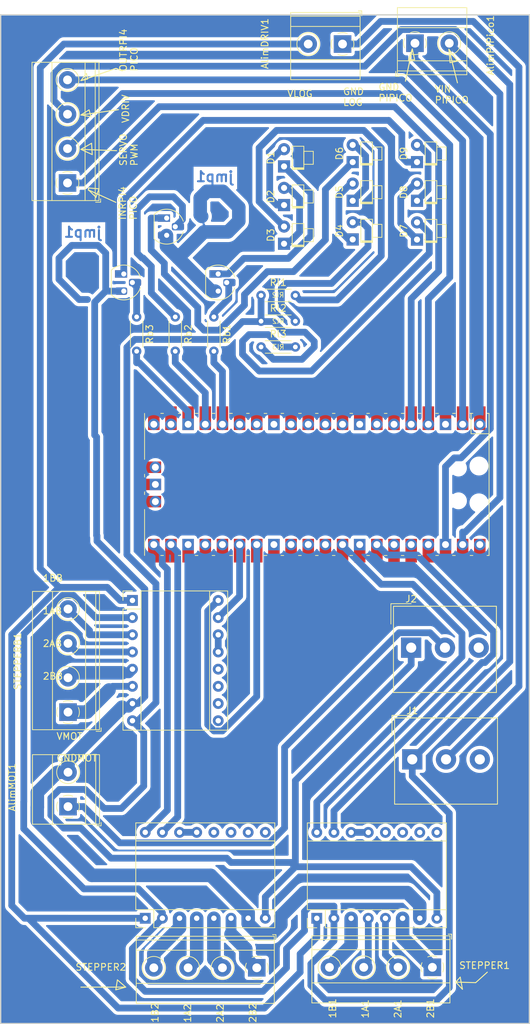
<source format=kicad_pcb>
(kicad_pcb (version 20221018) (generator pcbnew)
  (layers (0 "F.Cu" signal) (31 "B.Cu" signal) (34 "B.Paste" user) (35 "F.Paste" user) (36 "B.SilkS" user "B.Silkscreen") (37 "F.SilkS" user "F.Silkscreen") (38 "B.Mask" user) (39 "F.Mask" user) (44 "Edge.Cuts" user))
  (net 0 "")
  (net 5 "Net-(A1-~{RESET})")
  (net 10 "Net-(A2-~{RESET})")
  (net 15 "Net-(A3-~{RESET})")
  (net 16 "GNDLOG")
  (net 17 "VDRIV")
  (net 18 "1B1")
  (net 19 "1A1")
  (net 20 "2A1")
  (net 21 "2B1")
  (net 22 "GNDMOT")
  (net 23 "VMOT ")
  (net 24 "STEP1")
  (net 25 "DIR1")
  (net 26 "1B2")
  (net 27 "1A2")
  (net 28 "2A2")
  (net 29 "2B2")
  (net 30 "STEP2")
  (net 31 "DIR2")
  (net 32 "1BB")
  (net 33 "1AB")
  (net 34 "2AB")
  (net 35 "2BB")
  (net 36 "STEPB")
  (net 37 "DIRB")
  (net 38 "SERVOPWM")
  (net 39 "INRPI4PICO")
  (net 44 "OUTRPI4PICO")
  (net 46 "Net-(U1-GPIO12)")
  (net 47 "Net-(U1-GPIO13)")
  (net 70 "ALIMPIPICO")
  (net 71 "GNDPIPICO")
  (net 74 "Net-(AlimDRIV1-Pin_1)")
  (net 75 "Net-(AlimMOT1-Pin_1)")
  (net 78 "Net-(D1-K)")
  (net 79 "Net-(D1-A)")
  (net 80 "Net-(D2-A)")
  (net 81 "Net-(D3-A)")
  (net 82 "Net-(D4-K)")
  (net 83 "Net-(D4-A)")
  (net 84 "Net-(D5-K)")
  (net 85 "Net-(D6-K)")
  (net 86 "Net-(D7-K)")
  (net 87 "Net-(D7-A)")
  (net 88 "Net-(D8-K)")
  (net 89 "Net-(D9-K)")
  (net 90 "leds1")
  (net 91 "leds2")
  (net 92 "leds3")
  (net 93 "Net-(Rb3-Pad2)")
  (footprint "Resistor_THT:R_Axial_DIN0204_L3.6mm_D1.6mm_P5.08mm_Horizontal" (layer "F.Cu") (at 237.49 59.69 -90)
    (fp_text reference "Rb1")
    (fp_text value "R")
  )
  (footprint "Resistor_THT:R_Axial_DIN0204_L3.6mm_D1.6mm_P5.08mm_Horizontal" (layer "F.Cu") (at 231.775 59.69 -90)
    (fp_text reference "Rb2")
    (fp_text value "R")
  )
  (footprint "TerminalBlock_Phoenix:TerminalBlock_Phoenix_MKDS-1,5-4-5.08_1x04_P5.08mm_Horizontal" (layer "F.Cu") (at 269.84 155.835 180)
    (fp_text reference "STEPPER1")
    (fp_text value "Screw_Terminal_01x04")
  )
  (footprint "Resistor_THT:R_Axial_DIN0204_L3.6mm_D1.6mm_P5.08mm_Horizontal" (layer "F.Cu") (at 244.475 60.325)
    (fp_text reference "Rl2")
    (fp_text value "R")
  )
  (footprint "TerminalBlock_Phoenix:TerminalBlock_Phoenix_MKDS-1,5-2-5.08_1x02_P5.08mm_Horizontal" (layer "F.Cu") (at 215.9 132.08 90)
    (fp_text reference "AlimMOT1")
    (fp_text value "Screw_Terminal_01x02" hide)
  )
  (footprint "LED_THT:LED_D1.8mm_W1.8mm_H2.4mm_Horizontal_O1.27mm_Z1.6mm" (layer "F.Cu") (at 267.565 36.81 90)
    (fp_text reference "D9")
    (fp_text value "LED")
  )
  (footprint "Module:Pololu_Breakout-16_15.2x20.3mm" (layer "F.Cu") (at 252.73 148.59 90)
    (fp_text reference "A1" hide)
    (fp_text value "Pololu_Breakout_A4988" hide)
  )
  (footprint "LED_THT:LED_D1.8mm_W1.8mm_H2.4mm_Horizontal_O1.27mm_Z1.6mm" (layer "F.Cu") (at 267.565 48.26 90)
    (fp_text reference "D7")
    (fp_text value "LED")
  )
  (footprint "LED_THT:LED_D1.8mm_W1.8mm_H2.4mm_Horizontal_O1.27mm_Z1.6mm" (layer "F.Cu") (at 247.88 43.16 90)
    (fp_text reference "D2")
    (fp_text value "LED")
  )
  (footprint "HORUSKICADhuellas:RPi_Pico_SMD_TH" (layer "F.Cu") (at 252.73 84.455 -90)
    (fp_text reference "U1" hide)
    (fp_text value "Pico" hide)
  )
  (footprint "Package_TO_SOT_THT:TO-92_HandSolder" (layer "F.Cu") (at 230.505 45.085 -90)
    (fp_text reference "Q2" hide)
    (fp_text value "NPN")
  )
  (footprint "Module:Pololu_Breakout-16_15.2x20.3mm" (layer "F.Cu") (at 227.33 148.58 90)
    (fp_text reference "A2" hide)
    (fp_text value "Pololu_Breakout_A4988" hide)
  )
  (footprint "TerminalBlock_Phoenix:TerminalBlock_Phoenix_MKDS-1,5-2-5.08_1x02_P5.08mm_Horizontal" (layer "F.Cu") (at 256.54 19.355 180)
    (fp_text reference "AlimDRIV1")
    (fp_text value "Screw_Terminal_01x02")
  )
  (footprint "TerminalBlock_Altech:Altech_AK300_1x03_P5.00mm_45-Degree" (layer "F.Cu") (at 266.86 125.095)
    (fp_text reference "J1")
    (fp_text value "Screw_Terminal_01x03")
  )
  (footprint "Resistor_THT:R_Axial_DIN0204_L3.6mm_D1.6mm_P5.08mm_Horizontal" (layer "F.Cu") (at 244.475 56.515)
    (fp_text reference "Rl1")
    (fp_text value "R")
  )
  (footprint "TerminalBlock_Altech:Altech_AK300_1x03_P5.00mm_45-Degree" (layer "F.Cu") (at 266.7 108.585)
    (fp_text reference "J2")
    (fp_text value "Screw_Terminal_01x03")
  )
  (footprint "TerminalBlock_Phoenix:TerminalBlock_Phoenix_MKDS-1,5-2-5.08_1x02_P5.08mm_Horizontal" (layer "F.Cu") (at 267.26 19.235)
    (fp_text reference "AlimPiPico1")
    (fp_text value "Screw_Terminal_01x02")
  )
  (footprint "LED_THT:LED_D1.8mm_W1.8mm_H2.4mm_Horizontal_O1.27mm_Z1.6mm" (layer "F.Cu") (at 258.04 36.81 90)
    (fp_text reference "D6")
    (fp_text value "LED")
  )
  (footprint "Module:Pololu_Breakout-16_15.2x20.3mm" (layer "F.Cu") (at 225.435 101.6)
    (fp_text reference "A3" hide)
    (fp_text value "Pololu_Breakout_A4988" hide)
  )
  (footprint "Resistor_THT:R_Axial_DIN0204_L3.6mm_D1.6mm_P5.08mm_Horizontal" (layer "F.Cu") (at 226.06 59.69 -90)
    (fp_text reference "Rb3")
    (fp_text value "R")
  )
  (footprint "LED_THT:LED_D1.8mm_W1.8mm_H2.4mm_Horizontal_O1.27mm_Z1.6mm" (layer "F.Cu") (at 247.88 37.445 90)
    (fp_text reference "D1")
    (fp_text value "LED")
  )
  (footprint "LED_THT:LED_D1.8mm_W1.8mm_H2.4mm_Horizontal_O1.27mm_Z1.6mm" (layer "F.Cu") (at 247.88 48.875 90)
    (fp_text reference "D3")
    (fp_text value "LED")
  )
  (footprint "LED_THT:LED_D1.8mm_W1.8mm_H2.4mm_Horizontal_O1.27mm_Z1.6mm" (layer "F.Cu") (at 267.565 42.525 90)
    (fp_text reference "D8")
    (fp_text value "LED")
  )
  (footprint "TerminalBlock_Phoenix:TerminalBlock_Phoenix_MKDS-1,5-4-5.08_1x04_P5.08mm_Horizontal" (layer "F.Cu") (at 243.84 155.905 180)
    (fp_text reference "STEPPER2")
    (fp_text value "Screw_Terminal_01x04")
  )
  (footprint "Resistor_THT:R_Axial_DIN0204_L3.6mm_D1.6mm_P5.08mm_Horizontal" (layer "F.Cu") (at 244.475 64.135)
    (fp_text reference "Rl3")
    (fp_text value "R")
  )
  (footprint "Package_TO_SOT_THT:TO-92_HandSolder" (layer "F.Cu") (at 224.155 53.34 -90)
    (fp_text reference "Q3" hide)
    (fp_text value "NPN")
  )
  (footprint "TerminalBlock_Phoenix:TerminalBlock_Phoenix_MKDS-1,5-4-5.08_1x04_P5.08mm_Horizontal" (layer "F.Cu") (at 215.825 39.895 90)
    (fp_text reference "SERVOYCOMSTerminalBlock_Phoenix:TerminalBlock_Phoenix_MKDS-1,5-4_1x04_P5.00mm_Horizontal1" hide)
    (fp_text value "Screw_Terminal_01x04")
  )
  (footprint "Package_TO_SOT_THT:TO-92_HandSolder" (layer "F.Cu") (at 238.125 53.34 -90)
    (fp_text reference "Q1" hide)
    (fp_text value "NPN")
  )
  (footprint "LED_THT:LED_D1.8mm_W1.8mm_H2.4mm_Horizontal_O1.27mm_Z1.6mm" (layer "F.Cu") (at 258.04 42.525 90)
    (fp_text reference "D5")
    (fp_text value "LED")
  )
  (footprint "LED_THT:LED_D1.8mm_W1.8mm_H2.4mm_Horizontal_O1.27mm_Z1.6mm" (layer "F.Cu") (at 258.04 48.24 90)
    (fp_text reference "D4")
    (fp_text value "LED")
  )
  (footprint "TerminalBlock_Phoenix:TerminalBlock_Phoenix_MKDS-1,5-4-5.08_1x04_P5.08mm_Horizontal" (layer "F.Cu") (at 215.9 118.11 90)
    (fp_text reference "STEPPERB1")
    (fp_text value "Screw_Terminal_01x04")
  )
  (gr_line (start 217.805 34.925) (end 219.485 35.695) (stroke (width 0.15)) (layer "F.SilkS"))
  (gr_line (start 218.635 23.705) (end 217.805 24.765) (stroke (width 0.15)) (layer "F.SilkS"))
  (gr_line (start 223.21 157.69) (end 224.44 158.76) (stroke (width 0.15)) (layer "F.SilkS"))
  (gr_line (start 273.31 158.02) (end 273.96 157.28) (stroke (width 0.15)) (layer "F.SilkS"))
  (gr_line (start 267.21 21.675) (end 266.864449 20.086659) (stroke (width 0.15)) (layer "F.SilkS"))
  (gr_line (start 265.85 24.855) (end 266.864449 20.086659) (stroke (width 0.15)) (layer "F.SilkS"))
  (gr_line (start 224.44 158.76) (end 222.97 159.16) (stroke (width 0.15)) (layer "F.SilkS"))
  (gr_line (start 276.25 158.1) (end 273.31 158.02) (stroke (width 0.15)) (layer "F.SilkS"))
  (gr_line (start 218.941659 40.930551) (end 220.045 42.005) (stroke (width 0.15)) (layer "F.SilkS"))
  (gr_line (start 274.29 159.08) (end 273.31 158.02) (stroke (width 0.15)) (layer "F.SilkS"))
  (gr_line (start 220.495 40.755) (end 218.945 40.635) (stroke (width 0.15)) (layer "F.SilkS"))
  (gr_line (start 219.485 35.695) (end 219.385 34.025) (stroke (width 0.15)) (layer "F.SilkS"))
  (gr_line (start 222.995 22.955) (end 217.805 24.765) (stroke (width 0.15)) (layer "F.SilkS"))
  (gr_line (start 223.375 29.055) (end 217.805 29.845) (stroke (width 0.15)) (layer "F.SilkS"))
  (gr_line (start 217.81 158.76) (end 224.44 158.76) (stroke (width 0.15)) (layer "F.SilkS"))
  (gr_line (start 219.015 29.085) (end 217.805 29.845) (stroke (width 0.15)) (layer "F.SilkS"))
  (gr_line (start 222.975 42.755) (end 218.941659 40.930551) (stroke (width 0.15)) (layer "F.SilkS"))
  (gr_line (start 218.945 40.635) (end 218.911659 40.970551) (stroke (width 0.15)) (layer "F.SilkS"))
  (gr_line (start 266.864449 20.086659) (end 266.31 21.675) (stroke (width 0.15)) (layer "F.SilkS"))
  (gr_line (start 273.55 25.085) (end 272.28 20.12) (stroke (width 0.15)) (layer "F.SilkS"))
  (gr_line (start 223.095 35.115) (end 217.805 34.925) (stroke (width 0.15)) (layer "F.SilkS"))
  (gr_line (start 218.805 24.525) (end 218.635 23.705) (stroke (width 0.15)) (layer "F.SilkS"))
  (gr_line (start 273.96 157.28) (end 274.29 159.08) (stroke (width 0.15)) (layer "F.SilkS"))
  (gr_line (start 222.97 159.16) (end 223.21 157.69) (stroke (width 0.15)) (layer "F.SilkS"))
  (gr_line (start 277.97 156.55) (end 276.25 158.1) (stroke (width 0.15)) (layer "F.SilkS"))
  (gr_line (start 272.28 20.12) (end 272.46 22.105) (stroke (width 0.15)) (layer "F.SilkS"))
  (gr_line (start 273.55 21.875) (end 272.28 20.12) (stroke (width 0.15)) (layer "F.SilkS"))
  (gr_line (start 266.31 21.675) (end 267.21 21.675) (stroke (width 0.15)) (layer "F.SilkS"))
  (gr_line (start 217.805 24.765) (end 218.805 24.525) (stroke (width 0.15)) (layer "F.SilkS"))
  (gr_line (start 219.285 30.105) (end 219.015 29.085) (stroke (width 0.15)) (layer "F.SilkS"))
  (gr_line (start 217.805 29.845) (end 219.285 30.105) (stroke (width 0.15)) (layer "F.SilkS"))
  (gr_line (start 219.385 34.025) (end 217.805 34.925) (stroke (width 0.15)) (layer "F.SilkS"))
  (gr_line (start 223.915 23.325) (end 222.995 22.955) (stroke (width 0.15)) (layer "F.SilkS"))
  (gr_line (start 272.46 22.105) (end 273.55 21.875) (stroke (width 0.15)) (layer "F.SilkS"))
  (gr_line (start 220.015 42.045) (end 220.495 40.755) (stroke (width 0.15)) (layer "F.SilkS"))
  (gr_rect (start 205.93 15.04) (end 284.2 164.15) (stroke (width 0.2)) (fill none) (layer "Edge.Cuts"))
  (gr_text "jmp1\n" (at 240.55 39.84) (layer "B.Cu") (effects (font (size 1.5 1.5) (thickness 0.3) bold) (justify left bottom mirror)))
  (gr_text "jmp1\n" (at 221.03 48.05) (layer "B.Cu") (effects (font (size 1.5 1.5) (thickness 0.3) bold) (justify left bottom mirror)))
  (gr_text "VDRIV" (at 225.015 31.115 90) (layer "F.SilkS") (effects (font (size 1 1)) (justify left bottom)))
  (gr_text "SERVO\nPWM\n" (at 226.285 37.465 90) (layer "F.SilkS") (effects (font (size 1 1)) (justify left bottom)))
  (gr_text "VMOT\n\nGNDMOT" (at 214.115 125.495) (layer "F.SilkS") (effects (font (size 1 1)) (justify left bottom)))
  (gr_text "GND\nPIPICO" (at 261.775 27.915) (layer "F.SilkS") (effects (font (size 1 1)) (justify left bottom)))
  (gr_text "Rl2" (at 246.98 56.46) (layer "F.SilkS") (effects (font (size 0.72 0.72) (thickness 0.108)) (justify mirror)))
  (gr_text "VLOG\n" (at 248.285 27.305) (layer "F.SilkS") (effects (font (size 1 1)) (justify left bottom)))
  (gr_text "INRPI4\nPICO\n" (at 226.165 45.445 90) (layer "F.SilkS") (effects (font (size 1 1)) (justify left bottom)))
  (gr_text "GND\nLOG" (at 256.54 28.575) (layer "F.SilkS") (effects (font (size 1 1)) (justify left bottom)))
  (gr_text "VIN\nPIPICO" (at 270.115 28.215) (layer "F.SilkS") (effects (font (size 1 1)) (justify left bottom)))
  (gr_text "1B2\n\n\n1A2\n\n\n2A2\n\n\n2B2\n" (at 243.85 164.1 90) (layer "F.SilkS") (effects (font (size 1 1)) (justify left bottom)))
  (gr_text "1B1\n\n\n1A1\n\n\n2A1\n\n\n2B1\n" (at 270.15 163.45 90) (layer "F.SilkS") (effects (font (size 1 1)) (justify left bottom)))
  (gr_text "1BB\n\n\n1AB\n\n\n2AB\n\n\n2BB" (at 212.09 113.38) (layer "F.SilkS") (effects (font (size 1 1)) (justify left bottom)))
  (gr_text "OUTRPI4\nPICO" (at 226.285 23.495 90) (layer "F.SilkS") (effects (font (size 1 1)) (justify left bottom)))
  (segment (start 257.81 135.89) (end 260.35 135.89) (width 1) (layer "B.Cu") (net 5))
  (segment (start 232.41 135.88) (end 234.95 135.88) (width 1) (layer "B.Cu") (net 10))
  (segment (start 238.135 106.68) (end 238.135 109.22) (width 1) (layer "B.Cu") (net 15))
  (segment (start 223.325 161.855) (end 210.05 148.58) (width 1) (layer "B.Cu") (net 16))
  (segment (start 252.73 148.59) (end 252.73 151.39) (width 1) (layer "B.Cu") (net 16))
  (segment (start 207.57 106.6693) (end 207.57 146.7) (width 1) (layer "B.Cu") (net 16))
  (segment (start 211.79 96.8831) (end 211.79 22.85) (width 1) (layer "B.Cu") (net 16))
  (segment (start 211.79 22.85) (end 215.285 19.355) (width 1) (layer "B.Cu") (net 16))
  (segment (start 250.26 156.567056) (end 244.972056 161.855) (width 1) (layer "B.Cu") (net 16))
  (segment (start 225.435 101.6) (end 223.635 101.6) (width 1) (layer "B.Cu") (net 16))
  (segment (start 223.635 101.6) (end 221.7012 99.6662) (width 1) (layer "B.Cu") (net 16))
  (segment (start 221.7012 99.6662) (end 214.5731 99.6662) (width 1) (layer "B.Cu") (net 16))
  (segment (start 209.45 148.58) (end 215.89 148.58) (width 1) (layer "B.Cu") (net 16))
  (segment (start 227.33 148.58) (end 225.7152 148.58) (width 1) (layer "B.Cu") (net 16))
  (segment (start 215.285 19.355) (end 251.46 19.355) (width 1) (layer "B.Cu") (net 16))
  (segment (start 252.73 151.39) (end 250.26 153.86) (width 1) (layer "B.Cu") (net 16))
  (segment (start 244.972056 161.855) (end 223.325 161.855) (width 1) (layer "B.Cu") (net 16))
  (segment (start 250.26 153.86) (end 250.26 156.567056) (width 1) (layer "B.Cu") (net 16))
  (segment (start 214.5731 99.6662) (end 207.57 106.6693) (width 1) (layer "B.Cu") (net 16))
  (segment (start 207.57 146.7) (end 209.45 148.58) (width 1) (layer "B.Cu") (net 16))
  (segment (start 214.5731 99.6662) (end 211.79 96.8831) (width 1) (layer "B.Cu") (net 16))
  (segment (start 210.05 148.58) (end 215.89 148.58) (width 1) (layer "B.Cu") (net 16))
  (segment (start 215.89 148.58) (end 225.7152 148.58) (width 1) (layer "B.Cu") (net 16))
  (segment (start 244.765 159.385) (end 227.33 159.385) (width 1) (layer "B.Cu") (net 17))
  (segment (start 209.345 135.338427) (end 209.345 131.361572) (width 1) (layer "B.Cu") (net 17))
  (segment (start 251.85 155.339304) (end 251.85 158.505) (width 1) (layer "B.Cu") (net 17))
  (segment (start 227.33 159.385) (end 225.425 157.48) (width 1) (layer "B.Cu") (net 17))
  (segment (start 273.1909 17.2153) (end 281.3 25.3244) (width 1) (layer "B.Cu") (net 17))
  (segment (start 216.7292 100.8681) (end 220.0011 104.14) (width 1) (layer "B.Cu") (net 17))
  (segment (start 220.0011 104.14) (end 225.435 104.14) (width 1) (layer "B.Cu") (net 17))
  (segment (start 254 160.655) (end 270.51 160.655) (width 1) (layer "B.Cu") (net 17))
  (segment (start 225.425 157.48) (end 225.425 153.07495) (width 1) (layer "B.Cu") (net 17))
  (segment (start 250.9071 150.4329) (end 248.241298 153.098702) (width 1) (layer "B.Cu") (net 17))
  (segment (start 229.87 148.62995) (end 229.87 148.58) (width 1) (layer "B.Cu") (net 17))
  (segment (start 266.86 127.595) (end 266.86 125.095) (width 1) (layer "B.Cu") (net 17))
  (segment (start 281.3 110.655) (end 266.86 125.095) (width 1) (layer "B.Cu") (net 17))
  (segment (start 209.36 131.346572) (end 209.36 106.579) (width 1) (layer "B.Cu") (net 17))
  (segment (start 259.8411 22.6323) (end 265.2581 17.2153) (width 1) (layer "B.Cu") (net 17))
  (segment (start 215.0709 100.8681) (end 216.7292 100.8681) (width 1) (layer "B.Cu") (net 17))
  (segment (start 255.27 148.59) (end 255.27 151.919304) (width 1) (layer "B.Cu") (net 17))
  (segment (start 229.87 148.58) (end 229.87 147.78) (width 1) (layer "B.Cu") (net 17))
  (segment (start 281.3 25.3244) (end 281.3 110.655) (width 1) (layer "B.Cu") (net 17))
  (segment (start 272.34 133.075) (end 266.86 127.595) (width 1) (layer "B.Cu") (net 17))
  (segment (start 248.241298 155.908702) (end 244.765 159.385) (width 1) (layer "B.Cu") (net 17))
  (segment (start 272.34 158.825) (end 272.34 133.075) (width 1) (layer "B.Cu") (net 17))
  (segment (start 255.27 151.919304) (end 251.85 155.339304) (width 1) (layer "B.Cu") (net 17))
  (segment (start 213.8227 23.7298) (end 214.9202 22.6323) (width 1) (layer "B.Cu") (net 17))
  (segment (start 215.825 29.735) (end 213.8227 27.7327) (width 1) (layer "B.Cu") (net 17))
  (segment (start 209.36 106.579) (end 215.0709 100.8681) (width 1) (layer "B.Cu") (net 17))
  (segment (start 229.87 147.78) (end 226.33 144.24) (width 1) (layer "B.Cu") (net 17))
  (segment (start 250.9071 147.5929) (end 250.9071 150.4329) (width 1) (layer "B.Cu") (net 17))
  (segment (start 248.241298 153.098702) (end 248.241298 155.908702) (width 1) (layer "B.Cu") (net 17))
  (segment (start 255.27 148.59) (end 255.27 146.79) (width 1) (layer "B.Cu") (net 17))
  (segment (start 255.27 146.79) (end 251.71 146.79) (width 1) (layer "B.Cu") (net 17))
  (segment (start 214.9202 22.6323) (end 259.8411 22.6323) (width 1) (layer "B.Cu") (net 17))
  (segment (start 251.71 146.79) (end 250.9071 147.5929) (width 1) (layer "B.Cu") (net 17))
  (segment (start 226.33 144.24) (end 218.246572 144.24) (width 1) (layer "B.Cu") (net 17))
  (segment (start 213.8227 27.7327) (end 213.8227 23.7298) (width 1) (layer "B.Cu") (net 17))
  (segment (start 209.345 131.361572) (end 209.36 131.346572) (width 1) (layer "B.Cu") (net 17))
  (segment (start 265.2581 17.2153) (end 273.1909 17.2153) (width 1) (layer "B.Cu") (net 17))
  (segment (start 270.51 160.655) (end 272.34 158.825) (width 1) (layer "B.Cu") (net 17))
  (segment (start 225.425 153.07495) (end 229.87 148.62995) (width 1) (layer "B.Cu") (net 17))
  (segment (start 251.85 158.505) (end 254 160.655) (width 1) (layer "B.Cu") (net 17))
  (segment (start 218.246572 144.24) (end 209.345 135.338427) (width 1) (layer "B.Cu") (net 17))
  (segment (start 257.81 152.625) (end 254.6 155.835) (width 2) (layer "B.Cu") (net 18))
  (segment (start 257.81 148.59) (end 257.81 152.625) (width 2) (layer "B.Cu") (net 18))
  (segment (start 260.35 155.165) (end 259.68 155.835) (width 1) (layer "B.Cu") (net 19))
  (segment (start 260.35 148.59) (end 260.35 155.165) (width 1) (layer "B.Cu") (net 19))
  (segment (start 262.89 148.59) (end 262.89 153.965) (width 1) (layer "B.Cu") (net 20))
  (segment (start 262.89 153.965) (end 264.76 155.835) (width 1) (layer "B.Cu") (net 20))
  (segment (start 265.43 148.59) (end 265.43 151.425) (width 2) (layer "B.Cu") (net 21))
  (segment (start 265.43 151.425) (end 269.84 155.835) (width 2) (layer "B.Cu") (net 21))
  (segment (start 237.1038 55.88) (end 232.1869 50.9631) (width 2) (layer "B.Cu") (net 22))
  (segment (start 211.345 134.163427) (end 219.421573 142.24) (width 2) (layer "B.Cu") (net 22))
  (segment (start 246.055578 150.88) (end 244.07 150.88) (width 2) (layer "B.Cu") (net 22))
  (segment (start 215.9 125.3797) (end 215.9 127) (width 2) (layer "B.Cu") (net 22))
  (segment (start 247.41 148.261572) (end 247.41 149.525578) (width 2) (layer "B.Cu") (net 22))
  (segment (start 267.97 148.59) (end 267.97 146.619328) (width 2) (layer "B.Cu") (net 22))
  (segment (start 220.19 92.05) (end 220.19 92.84) (width 1) (layer "B.Cu") (net 22))
  (segment (start 219.85 57.51) (end 219.85 77.16) (width 1) (layer "B.Cu") (net 22))
  (segment (start 211.36 132.175) (end 211.345 132.19) (width 2) (layer "B.Cu") (net 22))
  (segment (start 216.45 49.12) (end 214.56 51.01) (width 1) (layer "B.Cu") (net 22))
  (segment (start 244.07 150.88) (end 242.57 149.38) (width 2) (layer "B.Cu") (net 22))
  (segment (start 211.345 132.19) (end 211.345 134.163427) (width 2) (layer "B.Cu") (net 22))
  (segment (start 238.82 41.13) (end 236.45 41.13) (width 2) (layer "B.Cu") (net 22))
  (segment (start 221.48 55.88) (end 219.85 57.51) (width 1) (layer "B.Cu") (net 22))
  (segment (start 224.8954 117.3796) (end 223.9001 117.3796) (width 1.5998) (layer "B.Cu") (net 22))
  (segment (start 236.45 41.13) (end 235.47 42.11) (width 2) (layer "B.Cu") (net 22))
  (segment (start 236.02 47.13) (end 239.58 47.13) (width 2) (layer "B.Cu") (net 22))
  (segment (start 221.09 49.87) (end 220.34 49.12) (width 1) (layer "B.Cu") (net 22))
  (segment (start 239.58 47.13) (end 241.18 45.53) (width 2) (layer "B.Cu") (net 22))
  (segment (start 232.1869 50.9631) (end 236.02 47.13) (width 2) (layer "B.Cu") (net 22))
  (segment (start 221.48 55.88) (end 221.48 50.26) (width 1) (layer "B.Cu") (net 22))
  (segment (start 219.421573 142.24) (end 237.03 142.24) (width 2) (layer "B.Cu") (net 22))
  (segment (start 241.18 43.49) (end 238.82 41.13) (width 2) (layer "B.Cu") (net 22))
  (segment (start 214.341573 127) (end 211.36 129.981573) (width 2) (layer "B.Cu") (net 22))
  (segment (start 214.56 54.14) (end 214.66 54.24) (width 1) (layer "B.Cu") (net 22))
  (segment (start 226.24 116.84) (end 225.435 116.84) (width 1) (layer "B.Cu") (net 22))
  (segment (start 266.140672 144.79) (end 250.881572 144.79) (width 2) (layer "B.Cu") (net 22))
  (segment (start 220.34 49.12) (end 216.63 49.12) (width 1) (layer "B.Cu") (net 22))
  (segment (start 230.4798 49.256) (end 230.4798 47.6502) (width 2) (layer "B.Cu") (net 22))
  (segment (start 232.1869 50.9631) (end 230.4798 49.256) (width 2) (layer "B.Cu") (net 22))
  (segment (start 220.19 92.84) (end 227.27 99.92) (width 1) (layer "B.Cu") (net 22))
  (segment (start 219.85 77.16) (end 220.13 77.44) (width 1) (layer "B.Cu") (net 22))
  (segment (start 247.41 149.525578) (end 246.055578 150.88) (width 2) (layer "B.Cu") (net 22))
  (segment (start 223.9001 117.3796) (end 215.9 125.3797) (width 2) (layer "B.Cu") (net 22))
  (segment (start 224.155 55.88) (end 221.48 55.88) (width 1) (layer "B.Cu") (net 22))
  (segment (start 237.6919 55.88) (end 237.1038 55.88) (width 2) (layer "B.Cu") (net 22))
  (segment (start 230.4798 47.6502) (end 230.505 47.625) (width 1.1018) (layer "B.Cu") (net 22))
  (segment (start 216.63 49.12) (end 216.45 49.12) (width 1) (layer "B.Cu") (net 22))
  (segment (start 221.48 50.26) (end 221.09 49.87) (width 1) (layer "B.Cu") (net 22))
  (segment (start 235.47 44.62) (end 235.69 44.84) (width 2) (layer "B.Cu") (net 22))
  (segment (start 225.435 116.84) (end 224.8954 117.3796) (width 1.5998) (layer "B.Cu") (net 22))
  (segment (start 227.27 115.81) (end 226.24 116.84) (width 1) (layer "B.Cu") (net 22))
  (segment (start 214.56 51.01) (end 214.56 54.14) (width 1) (layer "B.Cu") (net 22))
  (segment (start 237.6919 55.88) (end 238.125 55.88) (width 1.1018) (layer "B.Cu") (net 22))
  (segment (start 267.97 146.619328) (end 266.140672 144.79) (width 2) (layer "B.Cu") (net 22))
  (segment (start 215.9 127) (end 214.341573 127) (width 2) (layer "B.Cu") (net 22))
  (segment (start 235.47 42.11) (end 235.47 44.62) (width 2) (layer "B.Cu") (net 22))
  (segment (start 237.03 142.24) (end 242.57 147.78) (width 2) (layer "B.Cu") (net 22))
  (segment (start 242.57 147.78) (end 242.57 148.58) (width 2) (layer "B.Cu") (net 22))
  (segment (start 250.881572 144.79) (end 247.41 148.261572) (width 2) (layer "B.Cu") (net 22))
  (segment (start 211.36 129.981573) (end 211.36 132.175) (width 2) (layer "B.Cu") (net 22))
  (segment (start 217.54 57.12) (end 218.78 57.12) (width 1) (layer "B.Cu") (net 22))
  (segment (start 220.13 77.44) (end 220.13 91.99) (width 1) (layer "B.Cu") (net 22))
  (segment (start 220.13 91.99) (end 220.19 92.05) (width 1) (layer "B.Cu") (net 22))
  (segment (start 241.18 45.53) (end 241.18 43.49) (width 2) (layer "B.Cu") (net 22))
  (segment (start 214.66 54.24) (end 217.54 57.12) (width 1) (layer "B.Cu") (net 22))
  (segment (start 242.57 149.38) (end 242.57 148.58) (width 2) (layer "B.Cu") (net 22))
  (segment (start 227.27 99.92) (end 227.27 115.81) (width 1) (layer "B.Cu") (net 22))
  (segment (start 224.6162 64.1853) (end 225.7815 63.02) (width 1) (layer "B.Cu") (net 23))
  (segment (start 270.51 144.78) (end 266.7 140.97) (width 1) (layer "B.Cu") (net 23))
  (segment (start 252.35 63.32) (end 250.98 61.95) (width 1) (layer "B.Cu") (net 23))
  (segment (start 225.435 119.38) (end 226.235 119.38) (width 1) (layer "B.Cu") (net 23))
  (segment (start 266.7 140.97) (end 249.555 140.97) (width 1) (layer "B.Cu") (net 23))
  (segment (start 215.265 135.255) (end 217.805 135.255) (width 1) (layer "B.Cu") (net 23))
  (segment (start 228.92 99.13) (end 224.6162 94.8262) (width 1) (layer "B.Cu") (net 23))
  (segment (start 246.3 65.96) (end 250.54 65.96) (width 1) (layer "B.Cu") (net 23))
  (segment (start 218.44 129.54) (end 214.63 129.54) (width 1) (layer "B.Cu") (net 23))
  (segment (start 246.3011 60.3811) (end 244.475 60.3811) (width 1) (layer "B.Cu") (net 23))
  (segment (start 225.7815 63.02) (end 239.1 63.02) (width 1) (layer "B.Cu") (net 23))
  (segment (start 239.395 139.7) (end 240.03 140.335) (width 1) (layer "B.Cu") (net 23))
  (segment (start 228.92 116.695) (end 228.92 99.13) (width 1) (layer "B.Cu") (net 23))
  (segment (start 252.35 64.15) (end 252.35 63.32) (width 1) (layer "B.Cu") (net 23))
  (segment (start 241.7389 60.3811) (end 244.475 60.3811) (width 1) (layer "B.Cu") (net 23))
  (segment (start 227.11 121.055) (end 227.11 129.04) (width 1) (layer "B.Cu") (net 23))
  (segment (start 248.92 140.335) (end 249.555 140.97) (width 1) (layer "B.Cu") (net 23))
  (segment (start 227.11 129.04) (end 223.8 132.35) (width 1) (layer "B.Cu") (net 23))
  (segment (start 221.25 132.35) (end 218.44 129.54) (width 1) (layer "B.Cu") (net 23))
  (segment (start 223.8 132.35) (end 221.25 132.35) (width 1) (layer "B.Cu") (net 23))
  (segment (start 214.63 129.54) (end 213.36 130.81) (width 1) (layer "B.Cu") (net 23))
  (segment (start 217.805 135.255) (end 222.25 139.7) (width 1) (layer "B.Cu") (net 23))
  (segment (start 244.475 60.325) (end 244.475 56.515) (width 1) (layer "B.Cu") (net 23))
  (segment (start 239.1 63.02) (end 241.7389 60.3811) (width 1) (layer "B.Cu") (net 23))
  (segment (start 245.11 145.415) (end 245.11 148.58) (width 1) (layer "B.Cu") (net 23))
  (segment (start 213.36 133.35) (end 215.265 135.255) (width 1) (layer "B.Cu") (net 23))
  (segment (start 249.555 140.97) (end 249.555 128.23) (width 1) (layer "B.Cu") (net 23))
  (segment (start 247.87 61.95) (end 246.3011 60.3811) (width 1) (layer "B.Cu") (net 23))
  (segment (start 213.36 130.81) (end 213.36 133.35) (width 1) (layer "B.Cu") (net 23))
  (segment (start 224.6162 94.8262) (end 224.6162 64.1853) (width 1) (layer "B.Cu") (net 23))
  (segment (start 249.555 140.97) (end 245.11 145.415) (width 1) (layer "B.Cu") (net 23))
  (segment (start 240.03 140.335) (end 248.92 140.335) (width 1) (layer "B.Cu") (net 23))
  (segment (start 244.475 64.135) (end 246.3 65.96) (width 1) (layer "B.Cu") (net 23))
  (segment (start 249.555 128.23) (end 266.7 111.085) (width 1) (layer "B.Cu") (net 23))
  (segment (start 226.235 119.38) (end 228.92 116.695) (width 1) (layer "B.Cu") (net 23))
  (segment (start 250.98 61.95) (end 247.87 61.95) (width 1) (layer "B.Cu") (net 23))
  (segment (start 222.25 139.7) (end 239.395 139.7) (width 1) (layer "B.Cu") (net 23))
  (segment (start 244.475 60.3811) (end 244.475 60.325) (width 1) (layer "B.Cu") (net 23))
  (segment (start 250.54 65.96) (end 252.35 64.15) (width 1) (layer "B.Cu") (net 23))
  (segment (start 225.435 119.38) (end 227.11 121.055) (width 1) (layer "B.Cu") (net 23))
  (segment (start 270.51 148.59) (end 270.51 144.78) (width 1) (layer "B.Cu") (net 23))
  (segment (start 266.7 111.085) (end 266.7 108.585) (width 1) (layer "B.Cu") (net 23))
  (segment (start 278.9028 109.491659) (end 277.614582 110.779877) (width 1) (layer "B.Cu") (net 24))
  (segment (start 263.165344 94.890344) (end 267.580344 94.890344) (width 1) (layer "B.Cu") (net 24))
  (segment (start 261.62 93.345) (end 263.165344 94.890344) (width 1) (layer "B.Cu") (net 24))
  (segment (start 255.27 132.69505) (end 255.27 135.89) (width 1) (layer "B.Cu") (net 24))
  (segment (start 277.614582 110.779877) (end 277.185173 110.779877) (width 1) (layer "B.Cu") (net 24))
  (segment (start 278.9028 106.2128) (end 278.9028 109.491659) (width 1) (layer "B.Cu") (net 24))
  (segment (start 267.580344 94.890344) (end 278.9028 106.2128) (width 1) (layer "B.Cu") (net 24))
  (segment (start 277.185173 110.779877) (end 255.27 132.69505) (width 1) (layer "B.Cu") (net 24))
  (segment (start 252.73 135.89) (end 252.73 131.41) (width 1) (layer "B.Cu") (net 25))
  (segment (start 274.22 106.48) (end 266.955 99.215) (width 1) (layer "B.Cu") (net 25))
  (segment (start 266.955 99.215) (end 262.26005 99.215) (width 1) (layer "B.Cu") (net 25))
  (segment (start 262.26005 99.215) (end 256.54 93.49495) (width 1) (layer "B.Cu") (net 25))
  (segment (start 274.22 109.92) (end 274.22 106.48) (width 1) (layer "B.Cu") (net 25))
  (segment (start 252.73 131.41) (end 274.22 109.92) (width 1) (layer "B.Cu") (net 25))
  (segment (start 256.54 93.49495) (end 256.54 93.345) (width 1) (layer "B.Cu") (net 25))
  (segment (start 228.6 153.79) (end 228.6 155.905) (width 2) (layer "B.Cu") (net 26))
  (segment (start 232.41 149.98) (end 228.6 153.79) (width 2) (layer "B.Cu") (net 26))
  (segment (start 232.41 148.58) (end 232.41 149.98) (width 2) (layer "B.Cu") (net 26))
  (segment (start 234.95 148.58) (end 234.95 154.635) (width 2) (layer "B.Cu") (net 27))
  (segment (start 234.95 154.635) (end 233.68 155.905) (width 2) (layer "B.Cu") (net 27))
  (segment (start 237.49 148.58) (end 237.49 154.635) (width 2) (layer "B.Cu") (net 28))
  (segment (start 237.49 154.635) (end 238.76 155.905) (width 2) (layer "B.Cu") (net 28))
  (segment (start 240.03 150.92) (end 240.03 148.58) (width 1.5998) (layer "B.Cu") (net 29))
  (segment (start 240.03 150.92) (end 242.215 153.105) (width 2) (layer "B.Cu") (net 29))
  (segment (start 242.215 153.105) (end 242.215 154.495) (width 2) (layer "B.Cu") (net 29))
  (segment (start 242.215 154.495) (end 243.625 155.905) (width 2) (layer "B.Cu") (net 29))
  (segment (start 243.625 155.905) (end 243.84 155.905) (width 2) (layer "B.Cu") (net 29))
  (segment (start 232.14 133.61) (end 229.87 135.88) (width 1) (layer "B.Cu") (net 30))
  (segment (start 231.14 93.49495) (end 232.14 94.49495) (width 1) (layer "B.Cu") (net 30))
  (segment (start 231.14 93.345) (end 231.14 93.49495) (width 1) (layer "B.Cu") (net 30))
  (segment (start 232.14 94.49495) (end 232.14 133.61) (width 1) (layer "B.Cu") (net 30))
  (segment (start 230.61 132.6) (end 230.61 97) (width 1) (layer "B.Cu") (net 31))
  (segment (start 227.33 135.88) (end 230.61 132.6) (width 1) (layer "B.Cu") (net 31))
  (segment (start 230.61 97) (end 229.85 96.24) (width 1) (layer "B.Cu") (net 31))
  (segment (start 229.85 94.595) (end 228.6 93.345) (width 1) (layer "B.Cu") (net 31))
  (segment (start 229.85 96.24) (end 229.85 94.595) (width 1) (layer "B.Cu") (net 31))
  (segment (start 225.435 106.68) (end 219.075 106.68) (width 1) (layer "B.Cu") (net 32))
  (segment (start 219.075 106.68) (end 219.075 106.045) (width 1) (layer "B.Cu") (net 32))
  (segment (start 219.075 106.045) (end 215.9 102.87) (width 1) (layer "B.Cu") (net 32))
  (segment (start 217.17 109.22) (end 225.435 109.22) (width 1) (layer "B.Cu") (net 33))
  (segment (start 215.9 107.95) (end 217.17 109.22) (width 1) (layer "B.Cu") (net 33))
  (segment (start 224.8954 112.2996) (end 225.435 111.76) (width 1.5998) (layer "B.Cu") (net 34))
  (segment (start 223.9001 112.2996) (end 224.8954 112.2996) (width 1.5998) (layer "B.Cu") (net 34))
  (segment (start 215.9 113.03) (end 216.6304 112.2996) (width 2) (layer "B.Cu") (net 34))
  (segment (start 216.6304 112.2996) (end 223.9001 112.2996) (width 2) (layer "B.Cu") (net 34))
  (segment (start 215.9 118.11) (end 218.7 118.11) (width 2) (layer "B.Cu") (net 35))
  (segment (start 225.435 114.3) (end 222.51 114.3) (width 1) (layer "B.Cu") (net 35))
  (segment (start 221.9704 114.8396) (end 218.7 118.11) (width 2) (layer "B.Cu") (net 35))
  (segment (start 222.51 114.3) (end 221.9704 114.8396) (width 1) (layer "B.Cu") (net 35))
  (segment (start 241.3 93.345) (end 241.3 100.975) (width 1) (layer "B.Cu") (net 36))
  (segment (start 241.3 100.975) (end 238.135 104.14) (width 1) (layer "B.Cu") (net 36))
  (segment (start 236.5825 103.1525) (end 238.135 101.6) (width 1) (layer "B.Cu") (net 37))
  (segment (start 243.84 115.8019) (end 238.7483 120.8936) (width 1) (layer "B.Cu") (net 37))
  (segment (start 238.7483 120.8936) (end 237.5139 120.8936) (width 1) (layer "B.Cu") (net 37))
  (segment (start 236.5825 119.9622) (end 236.5825 103.1525) (width 1) (layer "B.Cu") (net 37))
  (segment (start 237.5139 120.8936) (end 236.5825 119.9622) (width 1) (layer "B.Cu") (net 37))
  (segment (start 243.84 93.345) (end 243.84 115.8019) (width 1) (layer "B.Cu") (net 37))
  (segment (start 269.24 75.565) (end 269.24 57.0297) (width 1) (layer "B.Cu") (net 38))
  (segment (start 272.415 53.8547) (end 272.415 34.29) (width 1) (layer "B.Cu") (net 38))
  (segment (start 264.795 26.67) (end 223.97 26.67) (width 1) (layer "B.Cu") (net 38))
  (segment (start 272.415 34.29) (end 264.795 26.67) (width 1) (layer "B.Cu") (net 38))
  (segment (start 223.97 26.67) (end 215.825 34.815) (width 1) (layer "B.Cu") (net 38))
  (segment (start 269.24 57.0297) (end 272.415 53.8547) (width 1) (layer "B.Cu") (net 38))
  (segment (start 266.7 57.0193) (end 270.77 52.9493) (width 1) (layer "B.Cu") (net 39))
  (segment (start 264.2418 28.62) (end 229.4 28.62) (width 1) (layer "B.Cu") (net 39))
  (segment (start 229.4 28.62) (end 218.125 39.895) (width 1) (layer "B.Cu") (net 39))
  (segment (start 270.77 35.1482) (end 264.2418 28.62) (width 1) (layer "B.Cu") (net 39))
  (segment (start 218.125 39.895) (end 215.825 39.895) (width 1) (layer "B.Cu") (net 39))
  (segment (start 266.7 75.565) (end 266.7 57.0193) (width 1) (layer "B.Cu") (net 39))
  (segment (start 270.77 52.9493) (end 270.77 35.1482) (width 1) (layer "B.Cu") (net 39))
  (segment (start 265.32 24.655) (end 274.32 33.655) (width 1) (layer "B.Cu") (net 44))
  (segment (start 274.32 33.655) (end 274.32 75.565) (width 1) (layer "B.Cu") (net 44))
  (segment (start 215.825 24.655) (end 265.32 24.655) (width 1) (layer "B.Cu") (net 44))
  (segment (start 237.49 66.47) (end 238.76 67.74) (width 1) (layer "B.Cu") (net 46))
  (segment (start 237.49 64.77) (end 237.49 66.47) (width 1) (layer "B.Cu") (net 46))
  (segment (start 238.76 67.74) (end 238.76 75.565) (width 1) (layer "B.Cu") (net 46))
  (segment (start 231.775 64.77) (end 231.775 66.47) (width 1) (layer "B.Cu") (net 47))
  (segment (start 236.22 75.565) (end 236.22 70.915) (width 1) (layer "B.Cu") (net 47))
  (segment (start 236.22 70.915) (end 231.775 66.47) (width 1) (layer "B.Cu") (net 47))
  (segment (start 279.84 26.735) (end 272.34 19.235) (width 1) (layer "B.Cu") (net 70))
  (segment (start 274.7032 91.495) (end 277.3682 88.83) (width 1) (layer "B.Cu") (net 70))
  (segment (start 277.413452 88.83) (end 279.84 86.403452) (width 1) (layer "B.Cu") (net 70))
  (segment (start 279.84 86.403452) (end 279.84 26.735) (width 1) (layer "B.Cu") (net 70))
  (segment (start 274.32 93.345) (end 274.32 91.495) (width 1) (layer "B.Cu") (net 70))
  (segment (start 274.32 91.495) (end 274.7032 91.495) (width 1) (layer "B.Cu") (net 70))
  (segment (start 277.3682 88.83) (end 277.413452 88.83) (width 1) (layer "B.Cu") (net 70))
  (segment (start 278.41 76.205384) (end 274.085384 80.53) (width 1) (layer "B.Cu") (net 71))
  (segment (start 271.78 81.82868) (end 271.78 93.345) (width 1) (layer "B.Cu") (net 71))
  (segment (start 274.085384 80.53) (end 273.07868 80.53) (width 1) (layer "B.Cu") (net 71))
  (segment (start 267.26 21.535) (end 278.41 32.685) (width 1) (layer "B.Cu") (net 71))
  (segment (start 273.07868 80.53) (end 271.78 81.82868) (width 1) (layer "B.Cu") (net 71))
  (segment (start 278.41 32.685) (end 278.41 76.205384) (width 1) (layer "B.Cu") (net 71))
  (segment (start 267.26 19.235) (end 267.26 21.535) (width 1) (layer "B.Cu") (net 71))
  (segment (start 282.66 22.78) (end 275.8917 16.0117) (width 1) (layer "B.Cu") (net 74))
  (segment (start 275.8917 16.0117) (end 262.1833 16.0117) (width 1) (layer "B.Cu") (net 74))
  (segment (start 271.86 125.095) (end 282.66 114.295) (width 1) (layer "B.Cu") (net 74))
  (segment (start 258.84 19.355) (end 256.54 19.355) (width 1) (layer "B.Cu") (net 74))
  (segment (start 282.66 114.295) (end 282.66 22.78) (width 1) (layer "B.Cu") (net 74))
  (segment (start 262.1833 16.0117) (end 258.84 19.355) (width 1) (layer "B.Cu") (net 74))
  (segment (start 223.5567 137.4367) (end 218.2 132.08) (width 1) (layer "B.Cu") (net 75))
  (segment (start 264.9093 106.3831) (end 247.961 123.3314) (width 1) (layer "B.Cu") (net 75))
  (segment (start 247.961 135.2215) (end 245.7458 137.4367) (width 1) (layer "B.Cu") (net 75))
  (segment (start 269.4981 106.3831) (end 264.9093 106.3831) (width 1) (layer "B.Cu") (net 75))
  (segment (start 271.7 108.585) (end 269.4981 106.3831) (width 1) (layer "B.Cu") (net 75))
  (segment (start 245.7458 137.4367) (end 223.5567 137.4367) (width 1) (layer "B.Cu") (net 75))
  (segment (start 215.9 132.08) (end 218.2 132.08) (width 1) (layer "B.Cu") (net 75))
  (segment (start 247.961 123.3314) (end 247.961 135.2215) (width 1) (layer "B.Cu") (net 75))
  (segment (start 248.5156 51.04) (end 241.925 51.04) (width 1) (layer "B.Cu") (net 78))
  (segment (start 251.85 47.7056) (end 248.5156 51.04) (width 1) (layer "B.Cu") (net 78))
  (segment (start 247.88 37.445) (end 251.85 41.415) (width 1) (layer "B.Cu") (net 78))
  (segment (start 241.925 51.04) (end 239.625 53.34) (width 1) (layer "B.Cu") (net 78))
  (segment (start 251.85 41.415) (end 251.85 47.7056) (width 1) (layer "B.Cu") (net 78))
  (segment (start 239.625 53.34) (end 238.125 53.34) (width 1) (layer "B.Cu") (net 78))
  (segment (start 247.88 34.905) (end 247.5799 34.905) (width 1) (layer "B.Cu") (net 79))
  (segment (start 245.76 42.09) (end 246.83 43.16) (width 1) (layer "B.Cu") (net 79))
  (segment (start 245.76 36.7249) (end 245.76 42.09) (width 1) (layer "B.Cu") (net 79))
  (segment (start 247.5799 34.905) (end 245.76 36.7249) (width 1) (layer "B.Cu") (net 79))
  (segment (start 246.83 43.16) (end 247.88 43.16) (width 1) (layer "B.Cu") (net 79))
  (segment (start 248.455 48.875) (end 247.88 48.875) (width 1) (layer "B.Cu") (net 80))
  (segment (start 248.58 40.62) (end 250.18 42.22) (width 1) (layer "B.Cu") (net 80))
  (segment (start 250.18 42.22) (end 250.18 47.15) (width 1) (layer "B.Cu") (net 80))
  (segment (start 250.18 47.15) (end 248.455 48.875) (width 1) (layer "B.Cu") (net 80))
  (segment (start 247.88 40.62) (end 248.58 40.62) (width 1) (layer "B.Cu") (net 80))
  (segment (start 262.27 50.66) (end 255.75 57.18) (width 1) (layer "B.Cu") (net 81))
  (segment (start 244.19 34.7) (end 246.77 32.12) (width 1) (layer "B.Cu") (net 81))
  (segment (start 259.68 32.12) (end 262.27 34.71) (width 1) (layer "B.Cu") (net 81))
  (segment (start 250.22 57.18) (end 249.555 56.515) (width 1) (layer "B.Cu") (net 81))
  (segment (start 262.27 34.71) (end 262.27 50.66) (width 1) (layer "B.Cu") (net 81))
  (segment (start 244.19 42.645) (end 244.19 34.7) (width 1) (layer "B.Cu") (net 81))
  (segment (start 247.88 46.335) (end 244.19 42.645) (width 1) (layer "B.Cu") (net 81))
  (segment (start 255.75 57.18) (end 250.22 57.18) (width 1) (layer "B.Cu") (net 81))
  (segment (start 246.77 32.12) (end 259.68 32.12) (width 1) (layer "B.Cu") (net 81))
  (segment (start 257.45 48.24) (end 258.04 48.24) (width 1) (layer "B.Cu") (net 82))
  (segment (start 258.04 39.985) (end 257.7535 39.985) (width 1) (layer "B.Cu") (net 82))
  (segment (start 257.7535 39.985) (end 256 41.7385) (width 1) (layer "B.Cu") (net 82))
  (segment (start 256 41.7385) (end 256 46.79) (width 1) (layer "B.Cu") (net 82))
  (segment (start 256 46.79) (end 257.45 48.24) (width 1) (layer "B.Cu") (net 82))
  (segment (start 248.1895 54.7405) (end 247.48 55.45) (width 1) (layer "B.Cu") (net 83))
  (segment (start 247.48 57.93) (end 249.555 60.005) (width 1) (layer "B.Cu") (net 83))
  (segment (start 260.31 49.34) (end 254.9095 54.7405) (width 1) (layer "B.Cu") (net 83))
  (segment (start 247.48 55.45) (end 247.48 57.93) (width 1) (layer "B.Cu") (net 83))
  (segment (start 249.555 60.005) (end 249.555 60.325) (width 1) (layer "B.Cu") (net 83))
  (segment (start 260.31 46.57) (end 260.31 49.34) (width 1) (layer "B.Cu") (net 83))
  (segment (start 254.9095 54.7405) (end 248.1895 54.7405) (width 1) (layer "B.Cu") (net 83))
  (segment (start 259.44 45.7) (end 260.31 46.57) (width 1) (layer "B.Cu") (net 83))
  (segment (start 258.04 45.7) (end 259.44 45.7) (width 1) (layer "B.Cu") (net 83))
  (segment (start 258.3395 34.27) (end 259.96 35.8905) (width 1) (layer "B.Cu") (net 84))
  (segment (start 259.96 40.605) (end 258.04 42.525) (width 1) (layer "B.Cu") (net 84))
  (segment (start 258.04 34.27) (end 258.3395 34.27) (width 1) (layer "B.Cu") (net 84))
  (segment (start 259.96 35.8905) (end 259.96 40.605) (width 1) (layer "B.Cu") (net 84))
  (segment (start 230.16 53.33) (end 230.16 51.764628) (width 1) (layer "B.Cu") (net 85))
  (segment (start 242.02 56.39) (end 242.02 57.94) (width 1) (layer "B.Cu") (net 85))
  (segment (start 236.04 61.65) (end 235.11 60.72) (width 1) (layer "B.Cu") (net 85))
  (segment (start 235.11 58.28) (end 230.16 53.33) (width 1) (layer "B.Cu") (net 85))
  (segment (start 258.04 36.81) (end 254.0026 40.8474) (width 1) (layer "B.Cu") (net 85))
  (segment (start 254.0026 40.8474) (end 254.0026 48.2874) (width 1) (layer "B.Cu") (net 85))
  (segment (start 228.205 49.809628) (end 228.205 45.085) (width 1) (layer "B.Cu") (net 85))
  (segment (start 238.31 61.65) (end 236.04 61.65) (width 1) (layer "B.Cu") (net 85))
  (segment (start 230.16 51.764628) (end 228.205 49.809628) (width 1) (layer "B.Cu") (net 85))
  (segment (start 242.02 57.94) (end 238.31 61.65) (width 1) (layer "B.Cu") (net 85))
  (segment (start 249.29 53) (end 245.41 53) (width 1) (layer "B.Cu") (net 85))
  (segment (start 235.11 60.72) (end 235.11 58.28) (width 1) (layer "B.Cu") (net 85))
  (segment (start 228.205 45.085) (end 230.505 45.085) (width 1) (layer "B.Cu") (net 85))
  (segment (start 254.0026 48.2874) (end 249.29 53) (width 1) (layer "B.Cu") (net 85))
  (segment (start 245.41 53) (end 242.02 56.39) (width 1) (layer "B.Cu") (net 85))
  (segment (start 267.2973 39.985) (end 267.565 39.985) (width 1) (layer "B.Cu") (net 86))
  (segment (start 265.16 45.855) (end 265.16 42.1223) (width 1) (layer "B.Cu") (net 86))
  (segment (start 265.16 42.1223) (end 267.2973 39.985) (width 1) (layer "B.Cu") (net 86))
  (segment (start 267.565 48.26) (end 265.16 45.855) (width 1) (layer "B.Cu") (net 86))
  (segment (start 269.38 50.27) (end 251.96 67.69) (width 1) (layer "B.Cu") (net 87))
  (segment (start 251.96 67.69) (end 244.21 67.69) (width 1) (layer "B.Cu") (net 87))
  (segment (start 267.8176 45.72) (end 269.38 47.2824) (width 1) (layer "B.Cu") (net 87))
  (segment (start 269.38 47.2824) (end 269.38 50.27) (width 1) (layer "B.Cu") (net 87))
  (segment (start 267.565 45.72) (end 267.8176 45.72) (width 1) (layer "B.Cu") (net 87))
  (segment (start 244.21 67.69) (end 241.73 65.21) (width 1) (layer "B.Cu") (net 87))
  (segment (start 247.365 64.135) (end 249.555 64.135) (width 1) (layer "B.Cu") (net 87))
  (segment (start 245.54 62.31) (end 247.365 64.135) (width 1) (layer "B.Cu") (net 87))
  (segment (start 241.73 63.28) (end 242.7 62.31) (width 1) (layer "B.Cu") (net 87))
  (segment (start 242.7 62.31) (end 245.54 62.31) (width 1) (layer "B.Cu") (net 87))
  (segment (start 241.73 65.21) (end 241.73 63.28) (width 1) (layer "B.Cu") (net 87))
  (segment (start 269.2025 40.8875) (end 267.565 42.525) (width 1) (layer "B.Cu") (net 88))
  (segment (start 267.565 34.27) (end 267.865 34.27) (width 1) (layer "B.Cu") (net 88))
  (segment (start 267.865 34.27) (end 269.2025 35.6075) (width 1) (layer "B.Cu") (net 88))
  (segment (start 269.2025 35.6075) (end 269.2025 40.8875) (width 1) (layer "B.Cu") (net 88))
  (segment (start 235.89 30.64) (end 263.38 30.64) (width 1) (layer "B.Cu") (net 89))
  (segment (start 224.155 42.375) (end 235.89 30.64) (width 1) (layer "B.Cu") (net 89))
  (segment (start 263.38 30.64) (end 265.32 32.58) (width 1) (layer "B.Cu") (net 89))
  (segment (start 265.32 36.08) (end 266.05 36.81) (width 1) (layer "B.Cu") (net 89))
  (segment (start 265.32 32.58) (end 265.32 36.08) (width 1) (layer "B.Cu") (net 89))
  (segment (start 266.05 36.81) (end 267.565 36.81) (width 1) (layer "B.Cu") (net 89))
  (segment (start 224.155 53.34) (end 224.155 42.375) (width 1) (layer "B.Cu") (net 89))
  (segment (start 239.6919 54.9069) (end 239.6919 56.9881) (width 1) (layer "B.Cu") (net 90))
  (segment (start 239.6919 56.9881) (end 237.49 59.19) (width 1) (layer "B.Cu") (net 90))
  (segment (start 239.395 54.61) (end 239.6919 54.9069) (width 1) (layer "B.Cu") (net 90))
  (segment (start 237.49 59.19) (end 237.49 59.69) (width 1) (layer "B.Cu") (net 90))
  (segment (start 226.15 44.1) (end 225.98 43.93) (width 1) (layer "B.Cu") (net 91))
  (segment (start 227.97 41.94) (end 231.51 41.94) (width 1) (layer "B.Cu") (net 91))
  (segment (start 226.15 50.28) (end 226.15 44.1) (width 1) (layer "B.Cu") (net 91))
  (segment (start 225.98 43.93) (end 227.97 41.94) (width 1) (layer "B.Cu") (net 91))
  (segment (start 232.84 45.29) (end 231.894013 46.235987) (width 1) (layer "B.Cu") (net 91))
  (segment (start 231.775 59.69) (end 228.2315 56.1465) (width 1) (layer "B.Cu") (net 91))
  (segment (start 231.51 41.94) (end 232.84 43.27) (width 1) (layer "B.Cu") (net 91))
  (segment (start 227.0016 50.9846) (end 226.8546 50.9846) (width 1) (layer "B.Cu") (net 91))
  (segment (start 228.2315 56.1465) (end 228.2315 52.2145) (width 1) (layer "B.Cu") (net 91))
  (segment (start 226.8546 50.9846) (end 226.15 50.28) (width 1) (layer "B.Cu") (net 91))
  (segment (start 232.84 43.27) (end 232.84 45.29) (width 1) (layer "B.Cu") (net 91))
  (segment (start 228.2315 52.2145) (end 227.0016 50.9846) (width 1) (layer "B.Cu") (net 91))
  (segment (start 226.06 55.245) (end 226.06 59.69) (width 1) (layer "B.Cu") (net 92))
  (segment (start 225.425 54.61) (end 226.06 55.245) (width 1) (layer "B.Cu") (net 92))
  (segment (start 226.06 64.77) (end 226.06 66.47) (width 1) (layer "B.Cu") (net 93))
  (segment (start 233.68 73.715) (end 226.435 66.47) (width 1) (layer "B.Cu") (net 93))
  (segment (start 233.68 75.565) (end 233.68 73.715) (width 1) (layer "B.Cu") (net 93))
  (segment (start 226.435 66.47) (end 226.06 66.47) (width 1) (layer "B.Cu") (net 93))
  (zone (net 0) (net_name "") (layer "B.Cu") (priority 2) (connect_pads (clearance 0.5)) (min_thickness 0.25) (fill yes (thermal_gap 0.5) (thermal_bridge_width 0.5) (island_removal_mode 1) (island_area_min 10))
    (polygon (pts (xy 284.19 164.14) (xy 284.19 15.04) (xy 205.95 15.04) (xy 205.94 164.14)))
  )
  (zone (net 22) (net_name "GNDMOT") (layer "B.Cu") (priority 1) (connect_pads (clearance 1)) (min_thickness 0.25) (fill yes (thermal_gap 0.5) (thermal_bridge_width 0.5))
    (polygon (pts (xy 235.52 45.35) (xy 235.72 42.07) (xy 236.89 40.85) (xy 240.92 42.82) (xy 241.01 45.22) (xy 238.93 47.35) (xy 235.41 47.57)))
  )
)
</source>
